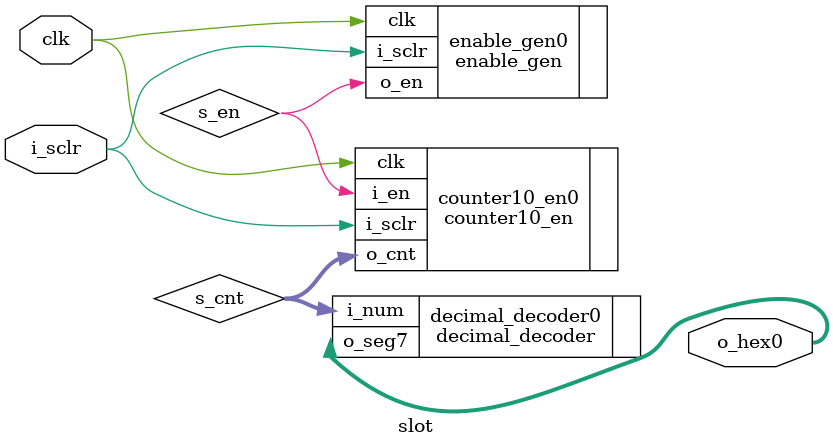
<source format=v>
`include "enable_gen.v"
`include "counter10_en.v"
`include "decimal_display.v"


module slot #(
  parameter EN_CYCLE = 22
)(
  input wire clk, i_sclr,
  output wire [6:0] o_hex0
);

  wire s_en;
  wire [3:0] s_cnt;

  // generate approx. 1 Hz
  enable_gen #(EN_CYCLE) enable_gen0(
    .clk(clk), .i_sclr(i_sclr), .o_en(s_en)
  );

  counter10_en counter10_en0(
    .clk(clk), .i_sclr(i_sclr), .i_en(s_en),
    .o_cnt(s_cnt)
  );

  decimal_decoder decimal_decoder0(
    .i_num(s_cnt),
    .o_seg7(o_hex0)
  );

endmodule

</source>
